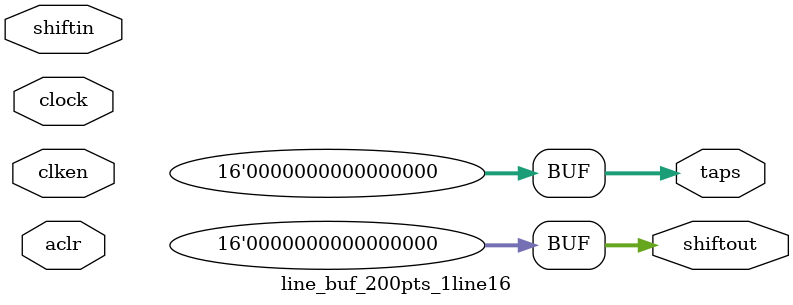
<source format=v>
module line_buf_200pts_1line16(	// file.cleaned.mlir:2:3
  input         aclr,	// file.cleaned.mlir:2:41
                clken,	// file.cleaned.mlir:2:56
                clock,	// file.cleaned.mlir:2:72
  input  [15:0] shiftin,	// file.cleaned.mlir:2:88
  output [15:0] shiftout,	// file.cleaned.mlir:2:108
                taps	// file.cleaned.mlir:2:128
);

  assign shiftout = 16'h0;	// file.cleaned.mlir:3:15, :4:5
  assign taps = 16'h0;	// file.cleaned.mlir:3:15, :4:5
endmodule


</source>
